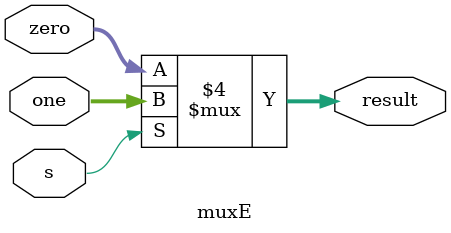
<source format=v>
module muxE (output reg [31:0] result, input s, input [31:0] zero, one);

  always @(s,zero, one)
    if (s == 0) begin
      result = zero;
    end else begin
      result = one;
    end
endmodule
</source>
